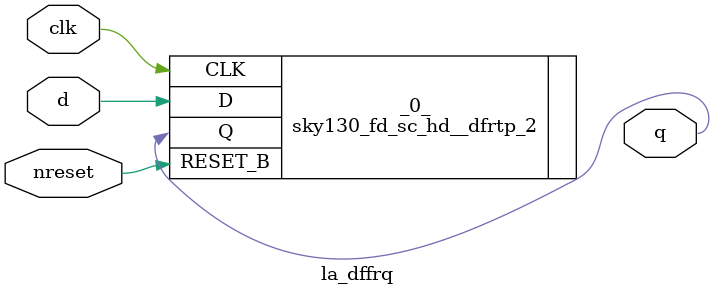
<source format=v>

module la_dffrq(d, clk, nreset, q);
  input clk;
  input d;
  input nreset;
  output q;
  sky130_fd_sc_hd__dfrtp_2 _0_ (
    .CLK(clk),
    .D(d),
    .Q(q),
    .RESET_B(nreset)
  );
endmodule

</source>
